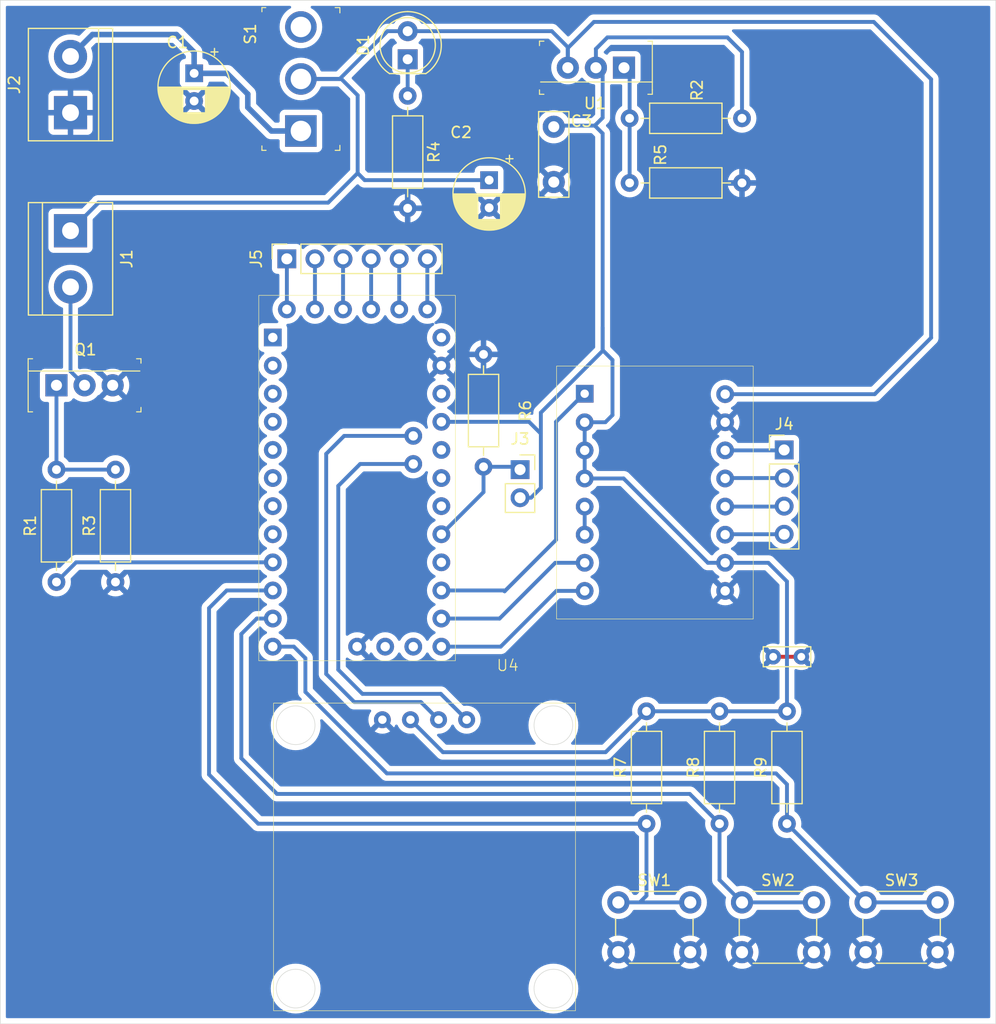
<source format=kicad_pcb>
(kicad_pcb (version 20240108) (generator "pcbnew") (generator_version "8.0")
  (layers (0 "F.Cu" signal) (31 "B.Cu" signal) (34 "B.Paste" user) (35 "F.Paste" user) (36 "B.SilkS" user "B.Silkscreen") (37 "F.SilkS" user "F.Silkscreen") (38 "B.Mask" user) (39 "F.Mask" user) (44 "Edge.Cuts" user))
  (net 0 "")
  (net 1 "GND")
  (net 2 "Net-(J2-Pin_2)")
  (net 3 "+12V")
  (net 4 "+5V")
  (net 5 "Net-(D1-K)")
  (net 6 "Net-(J1-Pin_2)")
  (net 7 "Thermistor_Input")
  (net 8 "Net-(J4-Pin_1)")
  (net 9 "Net-(J4-Pin_2)")
  (net 10 "Net-(J4-Pin_3)")
  (net 11 "Net-(J4-Pin_4)")
  (net 12 "Net-(J5-Pin_6)")
  (net 13 "Net-(J5-Pin_5)")
  (net 14 "Net-(J5-Pin_3)")
  (net 15 "Net-(J5-Pin_4)")
  (net 16 "Net-(J5-Pin_2)")
  (net 17 "Net-(J5-Pin_1)")
  (net 18 "Net-(Q1-G)")
  (net 19 "Heater Output")
  (net 20 "Net-(U1-ADJ)")
  (net 21 "Button_Ok")
  (net 23 "StepMotor_Dir")
  (net 24 "Net-(U2-RESET)")
  (net 25 "StepMotor_En")
  (net 26 "StepMotor_Step")
  (net 28 "Oled_SDA")
  (net 41 "Oled_SCL")
  (net 45 "Button_Down")
  (net 46 "Button_Up")
  (footprint "Button_Switch_THT:SW_PUSH_6mm" (layer "F.Cu") (at 117.221 124.5616)
    (property "Reference" "SW1" (at 3.25 -2 0) (layer "F.SilkS"))
    (property "Value" "Down Button")
    (pad "1" thru_hole circle (at 0 0 90) (size 2 2) (drill 1.1) (layers "*.Cu" "*.Mask") (net 45 "Button_Down"))
    (pad "1" thru_hole circle (at 6.5 0 90) (size 2 2) (drill 1.1) (layers "*.Cu" "*.Mask") (net 45 "Button_Down"))
    (pad "2" thru_hole circle (at 0 4.5 90) (size 2 2) (drill 1.1) (layers "*.Cu" "*.Mask") (net 1 "GND"))
    (pad "2" thru_hole circle (at 6.5 4.5 90) (size 2 2) (drill 1.1) (layers "*.Cu" "*.Mask") (net 1 "GND"))
  )
  (footprint "digikey-footprints:TO-220-3" (layer "F.Cu") (at 66.421 77.8256)
    (property "Reference" "Q1" (at 2.62 -3.22 0) (layer "F.SilkS"))
    (property "Value" "IRFZ44N")
    (pad "1" thru_hole rect (at 0 0) (size 2 2) (drill 1) (layers "*.Cu" "*.Mask") (net 18 "Net-(Q1-G)"))
    (pad "2" thru_hole circle (at 2.54 0) (size 2 2) (drill 1) (layers "*.Cu" "*.Mask") (net 6 "Net-(J1-Pin_2)"))
    (pad "3" thru_hole circle (at 5.08 0) (size 2 2) (drill 1) (layers "*.Cu" "*.Mask") (net 1 "GND"))
  )
  (footprint "Resistor_THT:R_Axial_DIN0207_L6.3mm_D2.5mm_P10.16mm_Horizontal" (layer "F.Cu") (at 118.237 53.6956)
    (property "Reference" "R2" (at 6.096 -2.54 90) (layer "F.SilkS"))
    (property "Value" "330R")
    (pad "1" thru_hole circle (at 0 0) (size 1.6 1.6) (drill 0.8) (layers "*.Cu" "*.Mask") (net 20 "Net-(U1-ADJ)"))
    (pad "2" thru_hole oval (at 10.16 0) (size 1.6 1.6) (drill 0.8) (layers "*.Cu" "*.Mask") (net 4 "+5V"))
  )
  (footprint "Resistor_THT:R_Axial_DIN0207_L6.3mm_D2.5mm_P10.16mm_Horizontal" (layer "F.Cu") (at 119.761 117.4496 90)
    (property "Reference" "R7" (at 5.08 -2.37 -90) (layer "F.SilkS"))
    (property "Value" "10K")
    (pad "1" thru_hole circle (at 0 0 90) (size 1.6 1.6) (drill 0.8) (layers "*.Cu" "*.Mask") (net 45 "Button_Down"))
    (pad "2" thru_hole oval (at 10.16 0 90) (size 1.6 1.6) (drill 0.8) (layers "*.Cu" "*.Mask") (net 4 "+5V"))
  )
  (footprint "Lib-SSD1306-Oled-I2C-128x64:Lib-SSD1306-Oled-I2C-128x64" (layer "F.Cu") (at 86.045 106.5516)
    (property "Reference" "U4" (at 21.1684 -3.4022 0) (layer "F.SilkS") (effects (font (thickness 0.1))))
    (property "Value" "SSD1306 Oled Display")
    (fp_circle (center 2 2) (end 3.75 2) (stroke (width 0.05)) (fill none) (layer "Edge.Cuts"))
    (fp_circle (center 2 25.8) (end 3.75 25.8) (stroke (width 0.05)) (fill none) (layer "Edge.Cuts"))
    (fp_circle (center 25.3 2) (end 27.05 2) (stroke (width 0.05)) (fill none) (layer "Edge.Cuts"))
    (fp_circle (center 25.3 25.8) (end 27.05 25.8) (stroke (width 0.05)) (fill none) (layer "Edge.Cuts"))
    (pad "1" thru_hole circle (at 9.84 1.5) (size 1.524 1.524) (drill 0.762) (layers "*.Cu" "*.Mask") (net 1 "GND"))
    (pad "2" thru_hole circle (at 12.38 1.5) (size 1.524 1.524) (drill 0.762) (layers "*.Cu" "*.Mask") (net 4 "+5V"))
    (pad "3" thru_hole circle (at 14.92 1.5) (size 1.524 1.524) (drill 0.762) (layers "*.Cu" "*.Mask") (net 41 "Oled_SCL"))
    (pad "4" thru_hole circle (at 17.46 1.5) (size 1.524 1.524) (drill 0.762) (layers "*.Cu" "*.Mask") (net 28 "Oled_SDA"))
  )
  (footprint "Resistor_THT:R_Axial_DIN0207_L6.3mm_D2.5mm_P10.16mm_Horizontal" (layer "F.Cu") (at 66.421 95.6056 90)
    (property "Reference" "R1" (at 5.08 -2.37 -90) (layer "F.SilkS"))
    (property "Value" "100r")
    (pad "1" thru_hole circle (at 0 0 90) (size 1.6 1.6) (drill 0.8) (layers "*.Cu" "*.Mask") (net 19 "Heater Output"))
    (pad "2" thru_hole oval (at 10.16 0 90) (size 1.6 1.6) (drill 0.8) (layers "*.Cu" "*.Mask") (net 18 "Net-(Q1-G)"))
  )
  (footprint "Button_Switch_THT:SW_PUSH_6mm" (layer "F.Cu") (at 139.573 124.5616)
    (property "Reference" "SW3" (at 3.25 -2 0) (layer "F.SilkS"))
    (property "Value" "Ok Button")
    (pad "1" thru_hole circle (at 0 0 90) (size 2 2) (drill 1.1) (layers "*.Cu" "*.Mask") (net 21 "Button_Ok"))
    (pad "1" thru_hole circle (at 6.5 0 90) (size 2 2) (drill 1.1) (layers "*.Cu" "*.Mask") (net 21 "Button_Ok"))
    (pad "2" thru_hole circle (at 0 4.5 90) (size 2 2) (drill 1.1) (layers "*.Cu" "*.Mask") (net 1 "GND"))
    (pad "2" thru_hole circle (at 6.5 4.5 90) (size 2 2) (drill 1.1) (layers "*.Cu" "*.Mask") (net 1 "GND"))
  )
  (footprint "digikey-footprints:TO-220-3" (layer "F.Cu") (at 117.729 49.1236 180)
    (property "Reference" "U1" (at 2.62 -3.22 180) (layer "F.SilkS"))
    (property "Value" "LM317T")
    (pad "1" thru_hole rect (at 0 0 180) (size 2 2) (drill 1) (layers "*.Cu" "*.Mask") (net 20 "Net-(U1-ADJ)"))
    (pad "2" thru_hole circle (at 2.54 0 180) (size 2 2) (drill 1) (layers "*.Cu" "*.Mask") (net 4 "+5V"))
    (pad "3" thru_hole circle (at 5.08 0 180) (size 2 2) (drill 1) (layers "*.Cu" "*.Mask") (net 3 "+12V"))
  )
  (footprint "Connector_PinHeader_2.54mm:PinHeader_1x04_P2.54mm_Vertical" (layer "F.Cu") (at 132.207 83.6676)
    (property "Reference" "J4" (at 0 -2.33 0) (layer "F.SilkS"))
    (property "Value" "Conn_01x04")
    (pad "1" thru_hole rect (at 0 0) (size 1.7 1.7) (drill 1) (layers "*.Cu" "*.Mask") (net 8 "Net-(J4-Pin_1)"))
    (pad "2" thru_hole oval (at 0 2.54) (size 1.7 1.7) (drill 1) (layers "*.Cu" "*.Mask") (net 9 "Net-(J4-Pin_2)"))
    (pad "3" thru_hole oval (at 0 5.08) (size 1.7 1.7) (drill 1) (layers "*.Cu" "*.Mask") (net 10 "Net-(J4-Pin_3)"))
    (pad "4" thru_hole oval (at 0 7.62) (size 1.7 1.7) (drill 1) (layers "*.Cu" "*.Mask") (net 11 "Net-(J4-Pin_4)"))
  )
  (footprint "Connector_PinSocket_2.54mm:PinSocket_1x02_P2.54mm_Vertical" (layer "F.Cu") (at 108.331 85.4456)
    (property "Reference" "J3" (at 0 -2.77 0) (layer "F.SilkS"))
    (property "Value" "Conn_01x02")
    (pad "1" thru_hole rect (at 0 0) (size 1.7 1.7) (drill 1) (layers "*.Cu" "*.Mask") (net 7 "Thermistor_Input"))
    (pad "2" thru_hole oval (at 0 2.54) (size 1.7 1.7) (drill 1) (layers "*.Cu" "*.Mask") (net 4 "+5V"))
  )
  (footprint "Capacitor_THT:C_Disc_D7.5mm_W2.5mm_P5.00mm" (layer "F.Cu") (at 111.379 54.4576 -90)
    (property "Reference" "C3" (at -0.508 -2.5 180) (layer "F.SilkS"))
    (property "Value" "100nF")
    (pad "1" thru_hole circle (at 0 0 270) (size 2 2) (drill 1) (layers "*.Cu" "*.Mask") (net 4 "+5V"))
    (pad "2" thru_hole circle (at 5 0 270) (size 2 2) (drill 1) (layers "*.Cu" "*.Mask") (net 1 "GND"))
  )
  (footprint "TerminalBlock:TerminalBlock_bornier-2_P5.08mm" (layer "F.Cu") (at 67.691 53.1876 90)
    (property "Reference" "J2" (at 2.54 -5.08 -90) (layer "F.SilkS"))
    (property "Value" "Input Power-12V")
    (pad "1" thru_hole rect (at 0 0 90) (size 3 3) (drill 1.52) (layers "*.Cu" "*.Mask") (net 1 "GND"))
    (pad "2" thru_hole circle (at 5.08 0 90) (size 3 3) (drill 1.52) (layers "*.Cu" "*.Mask") (net 2 "Net-(J2-Pin_2)"))
  )
  (footprint "Resistor_THT:R_Axial_DIN0207_L6.3mm_D2.5mm_P10.16mm_Horizontal" (layer "F.Cu") (at 126.365 117.4496 90)
    (property "Reference" "R8" (at 5.08 -2.37 -90) (layer "F.SilkS"))
    (property "Value" "10K")
    (pad "1" thru_hole circle (at 0 0 90) (size 1.6 1.6) (drill 0.8) (layers "*.Cu" "*.Mask") (net 46 "Button_Up"))
    (pad "2" thru_hole oval (at 10.16 0 90) (size 1.6 1.6) (drill 0.8) (layers "*.Cu" "*.Mask") (net 4 "+5V"))
  )
  (footprint "Resistor_THT:R_Axial_DIN0207_L6.3mm_D2.5mm_P10.16mm_Horizontal" (layer "F.Cu") (at 71.755 95.6056 90)
    (property "Reference" "R3" (at 5.08 -2.37 -90) (layer "F.SilkS"))
    (property "Value" "10K")
    (pad "1" thru_hole circle (at 0 0 90) (size 1.6 1.6) (drill 0.8) (layers "*.Cu" "*.Mask") (net 1 "GND"))
    (pad "2" thru_hole oval (at 10.16 0 90) (size 1.6 1.6) (drill 0.8) (layers "*.Cu" "*.Mask") (net 18 "Net-(Q1-G)"))
  )
  (footprint "TestPoint:TestPoint_Bridge_Pitch2.54mm_Drill0.7mm" (layer "F.Cu") (at 131.2164 102.362)
    (property "Reference" "REF**" (hide yes))
    (property "Value" "TestPoint_Bridge_Pitch2.54mm_Drill0.7mm" (hide yes))
    (pad "1" thru_hole circle (at 0 0) (size 1.4 1.4) (drill 0.7) (layers "*.Cu" "*.Mask") (net 1 "GND"))
    (pad "1" thru_hole circle (at 2.54 0) (size 1.4 1.4) (drill 0.7) (layers "*.Cu" "*.Mask") (net 1 "GND"))
  )
  (footprint "Resistor_THT:R_Axial_DIN0207_L6.3mm_D2.5mm_P10.16mm_Horizontal" (layer "F.Cu") (at 132.461 117.4496 90)
    (property "Reference" "R9" (at 5.08 -2.37 -90) (layer "F.SilkS"))
    (property "Value" "10K")
    (pad "1" thru_hole circle (at 0 0 90) (size 1.6 1.6) (drill 0.8) (layers "*.Cu" "*.Mask") (net 21 "Button_Ok"))
    (pad "2" thru_hole oval (at 10.16 0 90) (size 1.6 1.6) (drill 0.8) (layers "*.Cu" "*.Mask") (net 4 "+5V"))
  )
  (footprint "Resistor_THT:R_Axial_DIN0207_L6.3mm_D2.5mm_P10.16mm_Horizontal" (layer "F.Cu") (at 118.237 59.5376)
    (property "Reference" "R5" (at 2.794 -2.54 90) (layer "F.SilkS"))
    (property "Value" "1K")
    (pad "1" thru_hole circle (at 0 0) (size 1.6 1.6) (drill 0.8) (layers "*.Cu" "*.Mask") (net 20 "Net-(U1-ADJ)"))
    (pad "2" thru_hole oval (at 10.16 0) (size 1.6 1.6) (drill 0.8) (layers "*.Cu" "*.Mask") (net 1 "GND"))
  )
  (footprint "Capacitor_THT:CP_Radial_D6.3mm_P2.50mm" (layer "F.Cu") (at 105.537 59.2836 -90)
    (property "Reference" "C2" (at -4.318 2.54 180) (layer "F.SilkS"))
    (property "Value" "4.7uF")
    (pad "1" thru_hole rect (at 0 0 270) (size 1.6 1.6) (drill 0.8) (layers "*.Cu" "*.Mask") (net 3 "+12V"))
    (pad "2" thru_hole circle (at 2.5 0 270) (size 1.6 1.6) (drill 0.8) (layers "*.Cu" "*.Mask") (net 1 "GND"))
  )
  (footprint "Resistor_THT:R_Axial_DIN0207_L6.3mm_D2.5mm_P10.16mm_Horizontal" (layer "F.Cu") (at 105.029 85.1916 90)
    (property "Reference" "R6" (at 5.0546 3.7846 -90) (layer "F.SilkS"))
    (property "Value" "4.7K")
    (pad "1" thru_hole circle (at 0 0 90) (size 1.6 1.6) (drill 0.8) (layers "*.Cu" "*.Mask") (net 7 "Thermistor_Input"))
    (pad "2" thru_hole oval (at 10.16 0 90) (size 1.6 1.6) (drill 0.8) (layers "*.Cu" "*.Mask") (net 1 "GND"))
  )
  (footprint "Resistor_THT:R_Axial_DIN0207_L6.3mm_D2.5mm_P10.16mm_Horizontal" (layer "F.Cu") (at 98.171 51.6636 -90)
    (property "Reference" "R4" (at 5.08 -2.37 90) (layer "F.SilkS"))
    (property "Value" "10K")
    (pad "1" thru_hole circle (at 0 0 270) (size 1.6 1.6) (drill 0.8) (layers "*.Cu" "*.Mask") (net 5 "Net-(D1-K)"))
    (pad "2" thru_hole oval (at 10.16 0 270) (size 1.6 1.6) (drill 0.8) (layers "*.Cu" "*.Mask") (net 1 "GND"))
  )
  (footprint "Arduino_Pro_Mini_5V_Board:Arduino_Pro_Mini_5V_Board" (layer "F.Cu") (at 93.599 69.6976)
    (property "Reference" "U3" (hide yes))
    (property "Value" "~" (hide yes))
    (pad "1" thru_hole rect (at -7.62 3.81) (size 1.6 1.6) (drill 0.85) (layers "*.Cu" "*.Mask"))
    (pad "2" thru_hole circle (at -7.62 6.35) (size 1.6 1.6) (drill 0.85) (layers "*.Cu" "*.Mask"))
    (pad "3" thru_hole circle (at -7.62 8.89) (size 1.6 1.6) (drill 0.85) (layers "*.Cu" "*.Mask"))
    (pad "4" thru_hole circle (at -7.62 11.43) (size 1.6 1.6) (drill 0.85) (layers "*.Cu" "*.Mask"))
    (pad "5" thru_hole circle (at -7.62 13.97) (size 1.6 1.6) (drill 0.85) (layers "*.Cu" "*.Mask"))
    (pad "6" thru_hole circle (at -7.62 16.51) (size 1.6 1.6) (drill 0.85) (layers "*.Cu" "*.Mask"))
    (pad "7" thru_hole circle (at -7.62 19.05) (size 1.6 1.6) (drill 0.85) (layers "*.Cu" "*.Mask"))
    (pad "8" thru_hole circle (at -7.62 21.59) (size 1.6 1.6) (drill 0.85) (layers "*.Cu" "*.Mask"))
    (pad "9" thru_hole circle (at -7.62 24.13) (size 1.6 1.6) (drill 0.85) (layers "*.Cu" "*.Mask") (net 19 "Heater Output"))
    (pad "10" thru_hole circle (at -7.62 26.67) (size 1.6 1.6) (drill 0.85) (layers "*.Cu" "*.Mask") (net 45 "Button_Down"))
    (pad "11" thru_hole circle (at -7.62 29.21) (size 1.6 1.6) (drill 0.85) (layers "*.Cu" "*.Mask") (net 46 "Button_Up"))
    (pad "12" thru_hole circle (at -7.62 31.75) (size 1.6 1.6) (drill 0.85) (layers "*.Cu" "*.Mask") (net 21 "Button_Ok"))
    (pad "13" thru_hole circle (at 0 31.75) (size 1.6 1.6) (drill 0.85) (layers "*.Cu" "*.Mask") (net 1 "GND"))
    (pad "14" thru_hole circle (at 2.54 31.75) (size 1.6 1.6) (drill 0.85) (layers "*.Cu" "*.Mask"))
    (pad "15" thru_hole circle (at 5.08 31.75) (size 1.6 1.6) (drill 0.85) (layers "*.Cu" "*.Mask"))
    (pad "16" thru_hole circle (at 7.62 31.75) (size 1.6 1.6) (drill 0.85) (layers "*.Cu" "*.Mask") (net 23 "StepMotor_Dir"))
    (pad "17" thru_hole circle (at 7.62 29.21) (size 1.6 1.6) (drill 0.85) (layers "*.Cu" "*.Mask") (net 26 "StepMotor_Step"))
    (pad "18" thru_hole circle (at 7.62 26.67) (size 1.6 1.6) (drill 0.85) (layers "*.Cu" "*.Mask") (net 25 "StepMotor_En"))
    (pad "19" thru_hole circle (at 7.62 24.13) (size 1.6 1.6) (drill 0.85) (layers "*.Cu" "*.Mask"))
    (pad "20" thru_hole circle (at 7.62 21.59) (size 1.6 1.6) (drill 0.85) (layers "*.Cu" "*.Mask") (net 7 "Thermistor_Input"))
    (pad "21" thru_hole circle (at 7.62 19.05) (size 1.6 1.6) (drill 0.85) (layers "*.Cu" "*.Mask"))
    (pad "22" thru_hole circle (at 7.62 16.51) (size 1.6 1.6) (drill 0.85) (layers "*.Cu" "*.Mask"))
    (pad "23" thru_hole circle (at 7.62 13.97) (size 1.6 1.6) (drill 0.85) (layers "*.Cu" "*.Mask"))
    (pad "24" thru_hole circle (at 7.62 11.43) (size 1.6 1.6) (drill 0.85) (layers "*.Cu" "*.Mask") (net 4 "+5V"))
    (pad "25" thru_hole circle (at 7.62 8.89) (size 1.6 1.6) (drill 0.85) (layers "*.Cu" "*.Mask"))
    (pad "26" thru_hole circle (at 7.62 6.35) (size 1.6 1.6) (drill 0.85) (layers "*.Cu" "*.Mask") (net 1 "GND"))
    (pad "27" thru_hole circle (at 7.62 3.81) (size 1.6 1.6) (drill 0.85) (layers "*.Cu" "*.Mask"))
    (pad "28" thru_hole circle (at 5.08 15.24) (size 1.6 1.6) (drill 0.85) (layers "*.Cu" "*.Mask") (net 28 "Oled_SDA"))
    (pad "29" thru_hole circle (at 5.08 12.7) (size 1.6 1.6) (drill 0.85) (layers "*.Cu" "*.Mask") (net 41 "Oled_SCL"))
    (pad "30" thru_hole circle (at 6.35 1.27) (size 1.6 1.6) (drill 0.85) (layers "*.Cu" "*.Mask") (net 12 "Net-(J5-Pin_6)"))
    (pad "31" thru_hole circle (at 3.81 1.27) (size 1.6 1.6) (drill 0.85) (layers "*.Cu" "*.Mask") (net 13 "Net-(J5-Pin_5)"))
    (pad "32" thru_hole circle (at 1.27 1.27) (size 1.6 1.6) (drill 0.85) (layers "*.Cu" "*.Mask") (net 15 "Net-(J5-Pin_4)"))
    (pad "33" thru_hole circle (at -1.27 1.27) (size 1.6 1.6) (drill 0.85) (layers "*.Cu" "*.Mask") (net 14 "Net-(J5-Pin_3)"))
    (pad "34" thru_hole circle (at -3.81 1.27) (size 1.6 1.6) (drill 0.85) (layers "*.Cu" "*.Mask") (net 16 "Net-(J5-Pin_2)"))
    (pad "35" thru_hole circle (at -6.35 1.27) (size 1.6 1.6) (drill 0.85) (layers "*.Cu" "*.Mask") (net 17 "Net-(J5-Pin_1)"))
  )
  (footprint "Capacitor_THT:CP_Radial_D6.3mm_P2.50mm" (layer "F.Cu") (at 78.867 49.6316 -90)
    (property "Reference" "C1" (at -2.794 1.524 180) (layer "F.SilkS"))
    (property "Value" "4.7uF")
    (pad "1" thru_hole rect (at 0 0 270) (size 1.6 1.6) (drill 0.8) (layers "*.Cu" "*.Mask") (net 2 "Net-(J2-Pin_2)"))
    (pad "2" thru_hole circle (at 2.5 0 270) (size 1.6 1.6) (drill 0.8) (layers "*.Cu" "*.Mask") (net 1 "GND"))
  )
  (footprint "LED_THT:LED_D5.0mm_FlatTop" (layer "F.Cu") (at 98.171 48.3616 90)
    (property "Reference" "D1" (at 1.27 -4.01 -90) (layer "F.SilkS"))
    (property "Value" "LED")
    (pad "1" thru_hole rect (at 0 0 90) (size 1.8 1.8) (drill 0.9) (layers "*.Cu" "*.Mask") (net 5 "Net-(D1-K)"))
    (pad "2" thru_hole circle (at 2.54 0 90) (size 1.8 1.8) (drill 0.9) (layers "*.Cu" "*.Mask") (net 3 "+12V"))
  )
  (footprint "Button_Switch_THT:SW_PUSH_6mm" (layer "F.Cu") (at 128.397 124.5616)
    (property "Reference" "SW2" (at 3.25 -2 0) (layer "F.SilkS"))
    (property "Value" "Up Button")
    (pad "1" thru_hole circle (at 0 0 90) (size 2 2) (drill 1.1) (layers "*.Cu" "*.Mask") (net 46 "Button_Up"))
    (pad "1" thru_hole circle (at 6.5 0 90) (size 2 2) (drill 1.1) (layers "*.Cu" "*.Mask") (net 46 "Button_Up"))
    (pad "2" thru_hole circle (at 0 4.5 90) (size 2 2) (drill 1.1) (layers "*.Cu" "*.Mask") (net 1 "GND"))
    (pad "2" thru_hole circle (at 6.5 4.5 90) (size 2 2) (drill 1.1) (layers "*.Cu" "*.Mask") (net 1 "GND"))
  )
  (footprint "TerminalBlock:TerminalBlock_bornier-2_P5.08mm" (layer "F.Cu") (at 67.691 63.8556 -90)
    (property "Reference" "J1" (at 2.54 -5.08 90) (layer "F.SilkS"))
    (property "Value" "Heater Screw Terminal")
    (pad "1" thru_hole rect (at 0 0 270) (size 3 3) (drill 1.52) (layers "*.Cu" "*.Mask") (net 3 "+12V"))
    (pad "2" thru_hole circle (at 5.08 0 270) (size 3 3) (drill 1.52) (layers "*.Cu" "*.Mask") (net 6 "Net-(J1-Pin_2)"))
  )
  (footprint "Connector_PinSocket_2.54mm:PinSocket_1x06_P2.54mm_Vertical" (layer "F.Cu") (at 87.249 66.3956 90)
    (property "Reference" "J5" (at 0 -2.77 -90) (layer "F.SilkS"))
    (property "Value" "Programming Pins")
    (pad "1" thru_hole rect (at 0 0 90) (size 1.7 1.7) (drill 1) (layers "*.Cu" "*.Mask") (net 17 "Net-(J5-Pin_1)"))
    (pad "2" thru_hole oval (at 0 2.54 90) (size 1.7 1.7) (drill 1) (layers "*.Cu" "*.Mask") (net 16 "Net-(J5-Pin_2)"))
    (pad "3" thru_hole oval (at 0 5.08 90) (size 1.7 1.7) (drill 1) (layers "*.Cu" "*.Mask") (net 14 "Net-(J5-Pin_3)"))
    (pad "4" thru_hole oval (at 0 7.62 90) (size 1.7 1.7) (drill 1) (layers "*.Cu" "*.Mask") (net 15 "Net-(J5-Pin_4)"))
    (pad "5" thru_hole oval (at 0 10.16 90) (size 1.7 1.7) (drill 1) (layers "*.Cu" "*.Mask") (net 13 "Net-(J5-Pin_5)"))
    (pad "6" thru_hole oval (at 0 12.7 90) (size 1.7 1.7) (drill 1) (layers "*.Cu" "*.Mask") (net 12 "Net-(J5-Pin_6)"))
  )
  (footprint "Lib-A4988_Board:A4988_Board" (layer "F.Cu") (at 111.633 76.0876)
    (property "Reference" "U2" (hide yes))
    (property "Value" "~" (hide yes))
    (pad "1" thru_hole rect (at 2.54 2.5) (size 1.6 1.6) (drill 0.762) (layers "*.Cu" "*.Mask") (net 25 "StepMotor_En"))
    (pad "2" thru_hole circle (at 2.54 5.08) (size 1.6 1.6) (drill 0.85) (layers "*.Cu" "*.Mask") (net 4 "+5V"))
    (pad "3" thru_hole circle (at 2.54 7.62) (size 1.6 1.6) (drill 0.85) (layers "*.Cu" "*.Mask") (net 4 "+5V"))
    (pad "4" thru_hole circle (at 2.54 10.16) (size 1.6 1.6) (drill 0.85) (layers "*.Cu" "*.Mask") (net 4 "+5V"))
    (pad "5" thru_hole circle (at 2.54 12.7) (size 1.6 1.6) (drill 0.85) (layers "*.Cu" "*.Mask") (net 24 "Net-(U2-RESET)"))
    (pad "6" thru_hole circle (at 2.54 15.24) (size 1.6 1.6) (drill 0.85) (layers "*.Cu" "*.Mask") (net 24 "Net-(U2-RESET)"))
    (pad "7" thru_hole circle (at 2.54 17.78) (size 1.6 1.6) (drill 0.85) (layers "*.Cu" "*.Mask") (net 26 "StepMotor_Step"))
    (pad "8" thru_hole circle (at 2.54 20.32) (size 1.6 1.6) (drill 0.85) (layers "*.Cu" "*.Mask") (net 23 "StepMotor_Dir"))
    (pad "9" thru_hole circle (at 15.24 20.32) (size 1.6 1.6) (drill 0.85) (layers "*.Cu" "*.Mask") (net 1 "GND"))
    (pad "10" thru_hole circle (at 15.24 17.78) (size 1.6 1.6) (drill 0.85) (layers "*.Cu" "*.Mask") (net 4 "+5V"))
    (pad "11" thru_hole circle (at 15.24 15.24) (size 1.6 1.6) (drill 0.85) (layers "*.Cu" "*.Mask") (net 11 "Net-(J4-Pin_4)"))
    (pad "12" thru_hole circle (at 15.24 12.7) (size 1.6 1.6) (drill 0.85) (layers "*.Cu" "*.Mask") (net 10 "Net-(J4-Pin_3)"))
    (pad "13" thru_hole circle (at 15.24 10.16) (size 1.6 1.6) (drill 0.85) (layers "*.Cu" "*.Mask") (net 9 "Net-(J4-Pin_2)"))
    (pad "14" thru_hole circle (at 15.24 7.62) (size 1.6 1.6) (drill 0.85) (layers "*.Cu" "*.Mask") (net 8 "Net-(J4-Pin_1)"))
    (pad "15" thru_hole circle (at 15.24 5.08) (size 1.6 1.6) (drill 0.85) (layers "*.Cu" "*.Mask") (net 1 "GND"))
    (pad "16" thru_hole circle (at 15.24 2.54) (size 1.6 1.6) (drill 0.85) (layers "*.Cu" "*.Mask") (net 3 "+12V"))
  )
  (footprint "digikey-footprints:Toggle_Switch_100SP1T1B4M2QE" (layer "F.Cu") (at 88.519 54.8396 90)
    (property "Reference" "S1" (at 8.764 -4.572 -90) (layer "F.SilkS"))
    (property "Value" "100SP1T1B4M2QE" (hide yes))
    (pad "1" thru_hole rect (at 0 0 90) (size 2.85 2.85) (drill 1.85) (layers "*.Cu" "*.Mask") (net 2 "Net-(J2-Pin_2)"))
    (pad "2" thru_hole circle (at 4.7 0 90) (size 2.85 2.85) (drill 1.85) (layers "*.Cu" "*.Mask") (net 3 "+12V"))
    (pad "3" thru_hole circle (at 9.4 0 90) (size 2.85 2.85) (drill 1.85) (layers "*.Cu" "*.Mask"))
  )
  (gr_rect (start 61.341 43.0276) (end 151.341 135.5276) (stroke (width 0.05)) (fill none) (layer "Edge.Cuts"))
  (segment (start 131.2164 102.362) (end 133.7564 102.362) (width 0.35) (layer "F.Cu") (net 1))
  (segment (start 83.7184 51.5112) (end 83.7184 52.705) (width 0.5) (layer "B.Cu") (net 2))
  (segment (start 67.691 48.1076) (end 69.6722 46.1264) (width 0.5) (layer "B.Cu") (net 2))
  (segment (start 81.8388 49.6316) (end 83.7184 51.5112) (width 0.5) (layer "B.Cu") (net 2))
  (segment (start 78.867 47.7266) (end 78.867 49.6316) (width 0.5) (layer "B.Cu") (net 2))
  (segment (start 83.7184 52.705) (end 85.853 54.8396) (width 0.5) (layer "B.Cu") (net 2))
  (segment (start 78.867 49.6316) (end 81.8388 49.6316) (width 0.5) (layer "B.Cu") (net 2))
  (segment (start 69.6722 46.1264) (end 77.2668 46.1264) (width 0.5) (layer "B.Cu") (net 2))
  (segment (start 85.853 54.8396) (end 88.519 54.8396) (width 0.5) (layer "B.Cu") (net 2))
  (segment (start 77.2668 46.1264) (end 78.867 47.7266) (width 0.5) (layer "B.Cu") (net 2))
  (segment (start 105.537 59.2836) (end 94.2848 59.2836) (width 0.35) (layer "B.Cu") (net 3))
  (segment (start 145.4912 50.165) (end 140.3096 44.9834) (width 0.35) (layer "B.Cu") (net 3))
  (segment (start 88.519 50.1396) (end 92.0242 50.1396) (width 0.35) (layer "B.Cu") (net 3))
  (segment (start 93.6498 58.6486) (end 93.6498 51.6128) (width 0.35) (layer "B.Cu") (net 3))
  (segment (start 94.2848 59.2836) (end 93.6498 58.6486) (width 0.35) (layer "B.Cu") (net 3))
  (segment (start 93.6498 51.6128) (end 92.1766 50.1396) (width 0.35) (layer "B.Cu") (net 3))
  (segment (start 145.4912 73.533) (end 145.4912 50.165) (width 0.35) (layer "B.Cu") (net 3))
  (segment (start 92.1766 50.1396) (end 88.519 50.1396) (width 0.35) (layer "B.Cu") (net 3))
  (segment (start 115.0112 44.9834) (end 112.649 47.3456) (width 0.35) (layer "B.Cu") (net 3))
  (segment (start 96.3422 45.8216) (end 98.171 45.8216) (width 0.35) (layer "B.Cu") (net 3))
  (segment (start 70.2056 61.341) (end 70.2056 61.3156) (width 0.35) (layer "B.Cu") (net 3))
  (segment (start 70.2056 61.3156) (end 90.9828 61.3156) (width 0.35) (layer "B.Cu") (net 3))
  (segment (start 98.171 45.8216) (end 111.2012 45.8216) (width 0.35) (layer "B.Cu") (net 3))
  (segment (start 126.873 78.6276) (end 140.3966 78.6276) (width 0.35) (layer "B.Cu") (net 3))
  (segment (start 140.3966 78.6276) (end 145.4912 73.533) (width 0.35) (layer "B.Cu") (net 3))
  (segment (start 112.649 47.3456) (end 112.649 49.1236) (width 0.35) (layer "B.Cu") (net 3))
  (segment (start 67.691 63.8556) (end 70.2056 61.341) (width 0.35) (layer "B.Cu") (net 3))
  (segment (start 111.2012 45.8216) (end 112.649 47.2694) (width 0.35) (layer "B.Cu") (net 3))
  (segment (start 140.3096 44.9834) (end 115.0112 44.9834) (width 0.35) (layer "B.Cu") (net 3))
  (segment (start 92.0242 50.1396) (end 96.3422 45.8216) (width 0.35) (layer "B.Cu") (net 3))
  (segment (start 90.9828 61.3156) (end 93.6498 58.6486) (width 0.35) (layer "B.Cu") (net 3))
  (segment (start 112.649 47.2694) (end 112.649 49.1236) (width 0.35) (layer "B.Cu") (net 3))
  (segment (start 116.06464 110.98596) (end 119.761 107.2896) (width 0.35) (layer "B.Cu") (net 4))
  (segment (start 125.3128 93.8676) (end 117.6928 86.2476) (width 0.35) (layer "B.Cu") (net 4))
  (segment (start 111.379 54.4576) (end 111.4806 54.356) (width 0.35) (layer "B.Cu") (net 4))
  (segment (start 128.397 47.7012) (end 128.397 53.6956) (width 0.35) (layer "B.Cu") (net 4))
  (segment (start 110.2106 82.1944) (end 109.1438 81.1276) (width 0.35) (layer "B.Cu") (net 4))
  (segment (start 110.2106 82.1944) (end 110.2106 80.3) (width 0.35) (layer "B.Cu") (net 4))
  (segment (start 101.35936 110.98596) (end 116.06464 110.98596) (width 0.35) (layer "B.Cu") (net 4))
  (segment (start 132.461 95.5548) (end 132.461 107.2896) (width 0.35) (layer "B.Cu") (net 4))
  (segment (start 116.2304 46.3804) (end 127.0762 46.3804) (width 0.35) (layer "B.Cu") (net 4))
  (segment (start 115.189 47.4218) (end 116.2304 46.3804) (width 0.35) (layer "B.Cu") (net 4))
  (segment (start 126.873 93.8676) (end 130.7738 93.8676) (width 0.35) (layer "B.Cu") (net 4))
  (segment (start 115.189 49.1236) (end 115.189 47.4218) (width 0.35) (layer "B.Cu") (net 4))
  (segment (start 115.0874 54.356) (end 115.7986 53.6448) (width 0.35) (layer "B.Cu") (net 4))
  (segment (start 109.3216 87.9856) (end 110.2106 87.0966) (width 0.35) (layer "B.Cu") (net 4))
  (segment (start 114.133 81.1276) (end 114.173 81.1676) (width 0.35) (layer "B.Cu") (net 4))
  (segment (start 115.0874 54.356) (end 115.7986 55.0672) (width 0.35) (layer "B.Cu") (net 4))
  (segment (start 119.761 107.2896) (end 132.461 107.2896) (width 0.35) (layer "B.Cu") (net 4))
  (segment (start 116.6876 80.518) (end 116.038 81.1676) (width 0.35) (layer "B.Cu") (net 4))
  (segment (start 116.6876 75.5396) (end 116.6876 80.518) (width 0.35) (layer "B.Cu") (net 4))
  (segment (start 126.873 93.8676) (end 125.3128 93.8676) (width 0.35) (layer "B.Cu") (net 4))
  (segment (start 110.2106 80.3) (end 115.7986 74.712) (width 0.35) (layer "B.Cu") (net 4))
  (segment (start 130.7738 93.8676) (end 132.461 95.5548) (width 0.35) (layer "B.Cu") (net 4))
  (segment (start 110.2106 87.0966) (end 110.2106 82.1944) (width 0.35) (layer "B.Cu") (net 4))
  (segment (start 115.7986 74.6506) (end 116.6876 75.5396) (width 0.35) (layer "B.Cu") (net 4))
  (segment (start 117.6928 86.2476) (end 114.173 86.2476) (width 0.35) (layer "B.Cu") (net 4))
  (segment (start 115.7986 55.0672) (end 115.7986 72.6186) (width 0.35) (layer "B.Cu") (net 4))
  (segment (start 126.5936 107.2896) (end 126.365 107.2896) (width 0.35) (layer "B.Cu") (net 4))
  (segment (start 116.038 81.1676) (end 114.173 81.1676) (width 0.35) (layer "B.Cu") (net 4))
  (segment (start 111.4806 54.356) (end 115.0874 54.356) (width 0.35) (layer "B.Cu") (net 4))
  (segment (start 127.0762 46.3804) (end 128.397 47.7012) (width 0.35) (layer "B.Cu") (net 4))
  (segment (start 109.1438 81.1276) (end 101.219 81.1276) (width 0.35) (layer "B.Cu") (net 4))
  (segment (start 115.7986 49.7332) (end 115.189 49.1236) (width 0.35) (layer "B.Cu") (net 4))
  (segment (start 115.7986 74.712) (end 115.7986 72.6186) (width 0.35) (layer "B.Cu") (net 4))
  (segment (start 114.173 81.1676) (end 114.173 86.2476) (width 0.35) (layer "B.Cu") (net 4))
  (segment (start 108.331 87.9856) (end 109.3216 87.9856) (width 0.35) (layer "B.Cu") (net 4))
  (segment (start 98.425 108.0516) (end 101.35936 110.98596) (width 0.35) (layer "B.Cu") (net 4))
  (segment (start 115.7986 72.6186) (end 115.7986 74.6506) (width 0.35) (layer "B.Cu") (net 4))
  (segment (start 115.7986 53.6448) (end 115.7986 49.7332) (width 0.35) (layer "B.Cu") (net 4))
  (segment (start 98.171 48.3616) (end 98.171 51.6636) (width 0.35) (layer "B.Cu") (net 5))
  (segment (start 67.691 68.9356) (end 67.691 76.5556) (width 0.35) (layer "B.Cu") (net 6))
  (segment (start 67.691 76.5556) (end 68.961 77.8256) (width 0.35) (layer "B.Cu") (net 6))
  (segment (start 105.029 87.4776) (end 105.029 85.1916) (width 0.35) (layer "B.Cu") (net 7))
  (segment (start 105.029 85.1916) (end 108.077 85.1916) (width 0.35) (layer "B.Cu") (net 7))
  (segment (start 108.077 85.1916) (end 108.331 85.4456) (width 0.35) (layer "B.Cu") (net 7))
  (segment (start 101.219 91.2876) (end 105.029 87.4776) (width 0.35) (layer "B.Cu") (net 7))
  (segment (start 132.167 83.7076) (end 132.207 83.6676) (width 0.35) (layer "B.Cu") (net 8))
  (segment (start 126.873 83.7076) (end 132.167 83.7076) (width 0.35) (layer "B.Cu") (net 8))
  (segment (start 132.207 86.2076) (end 126.913 86.2076) (width 0.35) (layer "B.Cu") (net 9))
  (segment (start 126.913 86.2076) (end 126.873 86.2476) (width 0.35) (layer "B.Cu") (net 9))
  (segment (start 126.873 88.7876) (end 132.167 88.7876) (width 0.35) (layer "B.Cu") (net 10))
  (segment (start 132.167 88.7876) (end 132.207 88.7476) (width 0.35) (layer "B.Cu") (net 10))
  (segment (start 126.913 91.2876) (end 126.873 91.3276) (width 0.35) (layer "B.Cu") (net 11))
  (segment (start 132.207 91.2876) (end 126.913 91.2876) (width 0.35) (layer "B.Cu") (net 11))
  (segment (start 99.949 66.3956) (end 99.949 70.9676) (width 0.35) (layer "B.Cu") (net 12))
  (segment (start 97.409 70.9676) (end 97.409 66.3956) (width 0.35) (layer "B.Cu") (net 13))
  (segment (start 92.329 70.9676) (end 92.329 66.3956) (width 0.35) (layer "B.Cu") (net 14))
  (segment (start 94.869 66.3956) (end 94.869 70.9676) (width 0.35) (layer "B.Cu") (net 15))
  (segment (start 89.789 70.9676) (end 89.789 66.3956) (width 0.35) (layer "B.Cu") (net 16))
  (segment (start 87.249 70.9676) (end 87.249 66.3956) (width 0.35) (layer "B.Cu") (net 17))
  (segment (start 66.421 85.4456) (end 71.755 85.4456) (width 0.35) (layer "B.Cu") (net 18))
  (segment (start 66.421 77.8256) (end 66.421 85.4456) (width 0.35) (layer "B.Cu") (net 18))
  (segment (start 66.421 95.6056) (end 68.199 93.8276) (width 0.35) (layer "B.Cu") (net 19))
  (segment (start 68.199 93.8276) (end 85.979 93.8276) (width 0.35) (layer "B.Cu") (net 19))
  (segment (start 118.237 53.6956) (end 118.237 49.6316) (width 0.35) (layer "B.Cu") (net 20))
  (segment (start 118.237 59.5376) (end 118.237 53.6956) (width 0.35) (layer "B.Cu") (net 20))
  (segment (start 118.237 49.6316) (end 117.729 49.1236) (width 0.35) (layer "B.Cu") (net 20))
  (segment (start 132.461 117.4496) (end 139.573 124.5616) (width 0.35) (layer "B.Cu") (net 21))
  (segment (start 132.461 113.8936) (end 131.4704 112.903) (width 0.35) (layer "B.Cu") (net 21))
  (segment (start 132.461 117.4496) (end 132.461 113.8936) (width 0.35) (layer "B.Cu") (net 21))
  (segment (start 88.9254 102.489) (end 87.884 101.4476) (width 0.35) (layer "B.Cu") (net 21))
  (segment (start 139.573 124.5616) (end 146.073 124.5616) (width 0.35) (layer "B.Cu") (net 21))
  (segment (start 88.9254 105.537) (end 88.9254 102.489) (width 0.35) (layer "B.Cu") (net 21))
  (segment (start 131.4704 112.903) (end 96.2914 112.903) (width 0.35) (layer "B.Cu") (net 21))
  (segment (start 87.884 101.4476) (end 85.979 101.4476) (width 0.35) (layer "B.Cu") (net 21))
  (segment (start 96.2914 112.903) (end 88.9254 105.537) (width 0.35) (layer "B.Cu") (net 21))
  (segment (start 106.5784 101.4476) (end 111.6184 96.4076) (width 0.35) (layer "B.Cu") (net 23))
  (segment (start 101.219 101.4476) (end 106.5784 101.4476) (width 0.35) (layer "B.Cu") (net 23))
  (segment (start 111.6184 96.4076) (end 114.173 96.4076) (width 0.35) (layer "B.Cu") (net 23))
  (segment (start 114.173 88.7876) (end 114.173 91.3276) (width 0.35) (layer "B.Cu") (net 24))
  (segment (start 106.934 96.4438) (end 111.5822 91.7956) (width 0.35) (layer "B.Cu") (net 25))
  (segment (start 101.219 96.3676) (end 106.8578 96.3676) (width 0.35) (layer "B.Cu") (net 25))
  (segment (start 111.5822 81.1276) (end 114.1222 78.5876) (width 0.35) (layer "B.Cu") (net 25))
  (segment (start 114.1222 78.5876) (end 114.173 78.5876) (width 0.35) (layer "B.Cu") (net 25))
  (segment (start 106.8578 96.3676) (end 106.934 96.4438) (width 0.35) (layer "B.Cu") (net 25))
  (segment (start 111.5822 91.7956) (end 111.5822 81.1276) (width 0.35) (layer "B.Cu") (net 25))
  (segment (start 101.219 98.9076) (end 106.4768 98.9076) (width 0.35) (layer "B.Cu") (net 26))
  (segment (start 111.5168 93.8676) (end 114.173 93.8676) (width 0.35) (layer "B.Cu") (net 26))
  (segment (start 106.4768 98.9076) (end 111.5168 93.8676) (width 0.35) (layer "B.Cu") (net 26))
  (segment (start 94.0816 105.7148) (end 91.8972 103.5304) (width 0.35) (layer "B.Cu") (net 28))
  (segment (start 103.505 108.0516) (end 101.1682 105.7148) (width 0.35) (layer "B.Cu") (net 28))
  (segment (start 93.8784 84.9376) (end 98.679 84.9376) (width 0.35) (layer "B.Cu") (net 28))
  (segment (start 91.8972 86.9188) (end 93.8784 84.9376) (width 0.35) (layer "B.Cu") (net 28))
  (segment (start 91.8972 103.5304) (end 91.8972 86.9188) (width 0.35) (layer "B.Cu") (net 28))
  (segment (start 101.1682 105.7148) (end 94.0816 105.7148) (width 0.35) (layer "B.Cu") (net 28))
  (segment (start 92.4306 82.3976) (end 98.679 82.3976) (width 0.35) (layer "B.Cu") (net 41))
  (segment (start 93.345 106.4514) (end 90.805 103.9114) (width 0.35) (layer "B.Cu") (net 41))
  (segment (start 90.805 103.9114) (end 90.805 84.0232) (width 0.35) (layer "B.Cu") (net 41))
  (segment (start 100.965 108.0516) (end 99.3648 106.4514) (width 0.35) (layer "B.Cu") (net 41))
  (segment (start 99.3648 106.4514) (end 93.345 106.4514) (width 0.35) (layer "B.Cu") (net 41))
  (segment (start 90.805 84.0232) (end 92.4306 82.3976) (width 0.35) (layer "B.Cu") (net 41))
  (segment (start 119.761 117.4496) (end 119.761 123.952) (width 0.35) (layer "B.Cu") (net 45))
  (segment (start 81.8134 96.3676) (end 80.2132 97.9678) (width 0.35) (layer "B.Cu") (net 45))
  (segment (start 84.6582 117.4496) (end 119.761 117.4496) (width 0.35) (layer "B.Cu") (net 45))
  (segment (start 85.979 96.3676) (end 81.8134 96.3676) (width 0.35) (layer "B.Cu") (net 45))
  (segment (start 117.221 124.5616) (end 119.1514 124.5616) (width 0.35) (layer "B.Cu") (net 45))
  (segment (start 80.2132 97.9678) (end 80.2132 113.0046) (width 0.35) (layer "B.Cu") (net 45))
  (segment (start 80.2132 113.0046) (end 84.6582 117.4496) (width 0.35) (layer "B.Cu") (net 45))
  (segment (start 119.761 123.952) (end 119.1514 124.5616) (width 0.35) (layer "B.Cu") (net 45))
  (segment (start 119.1514 124.5616) (end 123.721 124.5616) (width 0.35) (layer "B.Cu") (net 45))
  (segment (start 85.979 98.9076) (end 84.5312 98.9076) (width 0.35) (layer "B.Cu") (net 46))
  (segment (start 83.1342 111.5314) (end 86.36 114.7572) (width 0.35) (layer "B.Cu") (net 46))
  (segment (start 128.397 124.5616) (end 134.897 124.5616) (width 0.35) (layer "B.Cu") (net 46))
  (segment (start 126.365 117.4496) (end 126.365 122.5296) (width 0.35) (layer "B.Cu") (net 46))
  (segment (start 86.36 114.7572) (end 123.6726 114.7572) (width 0.35) (layer "B.Cu") (net 46))
  (segment (start 84.5312 98.9076) (end 83.1342 100.3046) (width 0.35) (layer "B.Cu") (net 46))
  (segment (start 126.365 122.5296) (end 128.397 124.5616) (width 0.35) (layer "B.Cu") (net 46))
  (segment (start 83.1342 100.3046) (end 83.1342 111.5314) (width 0.35) (layer "B.Cu") (net 46))
  (segment (start 123.6726 114.7572) (end 126.365 117.4496) (width 0.35) (layer "B.Cu") (net 46))
  (zone (net 1) (net_name "GND") (layer "B.Cu") (connect_pads (clearance 0.5)) (min_thickness 0.25) (fill yes (thermal_gap 0.5) (thermal_bridge_width 0.5))
    (polygon (pts (xy 61.341 43.0276) (xy 151.3332 43.0276) (xy 151.3332 135.509) (xy 61.341 135.5344)))
  )
)
</source>
